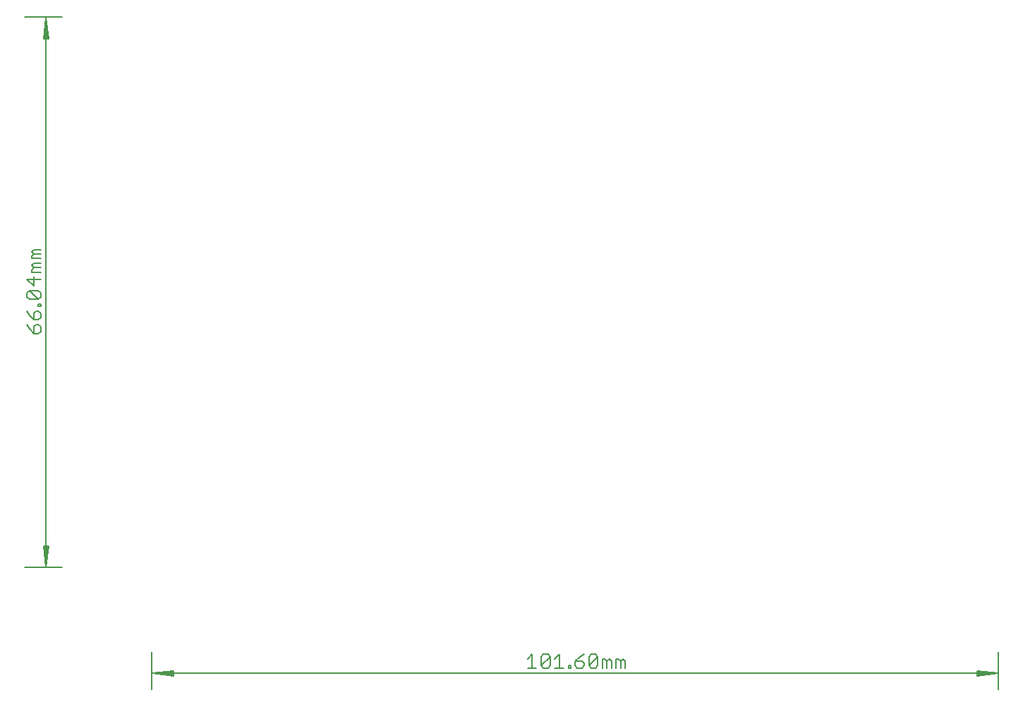
<source format=gko>
G75*
%MOIN*%
%OFA0B0*%
%FSLAX25Y25*%
%IPPOS*%
%LPD*%
%AMOC8*
5,1,8,0,0,1.08239X$1,22.5*
%
%ADD10C,0.00512*%
%ADD11C,0.00600*%
D10*
X0062595Y0001256D02*
X0062595Y0018933D01*
X0062851Y0008933D02*
X0072831Y0009957D01*
X0072831Y0010190D02*
X0072831Y0007676D01*
X0062851Y0008933D01*
X0072831Y0007909D01*
X0072831Y0008421D02*
X0062851Y0008933D01*
X0072831Y0009445D01*
X0072831Y0010190D02*
X0062851Y0008933D01*
X0462339Y0008933D01*
X0452359Y0007909D01*
X0452359Y0007676D02*
X0462339Y0008933D01*
X0452359Y0009957D01*
X0452359Y0010190D02*
X0452359Y0007676D01*
X0452359Y0008421D02*
X0462339Y0008933D01*
X0452359Y0009445D01*
X0452359Y0010190D02*
X0462339Y0008933D01*
X0462595Y0001256D02*
X0462595Y0018933D01*
X0020272Y0058933D02*
X0002595Y0058933D01*
X0012595Y0059189D02*
X0013619Y0069169D01*
X0013852Y0069169D02*
X0012595Y0059189D01*
X0011572Y0069169D01*
X0011338Y0069169D02*
X0013852Y0069169D01*
X0013107Y0069169D02*
X0012595Y0059189D01*
X0012083Y0069169D01*
X0011338Y0069169D02*
X0012595Y0059189D01*
X0012595Y0318677D01*
X0013619Y0308697D01*
X0013852Y0308697D02*
X0012595Y0318677D01*
X0011572Y0308697D01*
X0011338Y0308697D02*
X0013852Y0308697D01*
X0013107Y0308697D02*
X0012595Y0318677D01*
X0012083Y0308697D01*
X0011338Y0308697D02*
X0012595Y0318677D01*
X0020272Y0318933D02*
X0002595Y0318933D01*
D11*
X0006831Y0209159D02*
X0010033Y0209159D01*
X0010033Y0207024D02*
X0006831Y0207024D01*
X0005763Y0208092D01*
X0006831Y0209159D01*
X0006831Y0207024D02*
X0005763Y0205956D01*
X0005763Y0204889D01*
X0010033Y0204889D01*
X0010033Y0202714D02*
X0006831Y0202714D01*
X0005763Y0201646D01*
X0006831Y0200578D01*
X0010033Y0200578D01*
X0010033Y0198443D02*
X0005763Y0198443D01*
X0005763Y0199511D01*
X0006831Y0200578D01*
X0006831Y0196268D02*
X0006831Y0191998D01*
X0003628Y0195201D01*
X0010033Y0195201D01*
X0008966Y0189823D02*
X0010033Y0188755D01*
X0010033Y0186620D01*
X0008966Y0185552D01*
X0004695Y0189823D01*
X0008966Y0189823D01*
X0004695Y0189823D02*
X0003628Y0188755D01*
X0003628Y0186620D01*
X0004695Y0185552D01*
X0008966Y0185552D01*
X0008966Y0183397D02*
X0010033Y0183397D01*
X0010033Y0182330D01*
X0008966Y0182330D01*
X0008966Y0183397D01*
X0008966Y0180154D02*
X0007898Y0180154D01*
X0006831Y0179087D01*
X0006831Y0175884D01*
X0008966Y0175884D01*
X0010033Y0176952D01*
X0010033Y0179087D01*
X0008966Y0180154D01*
X0004695Y0178019D02*
X0006831Y0175884D01*
X0007898Y0173709D02*
X0006831Y0172641D01*
X0006831Y0169439D01*
X0008966Y0169439D01*
X0010033Y0170506D01*
X0010033Y0172641D01*
X0008966Y0173709D01*
X0007898Y0173709D01*
X0004695Y0171574D02*
X0006831Y0169439D01*
X0004695Y0171574D02*
X0003628Y0173709D01*
X0004695Y0178019D02*
X0003628Y0180154D01*
X0240024Y0015765D02*
X0242159Y0017900D01*
X0242159Y0011495D01*
X0240024Y0011495D02*
X0244294Y0011495D01*
X0246469Y0012562D02*
X0250739Y0016833D01*
X0250739Y0012562D01*
X0249672Y0011495D01*
X0247537Y0011495D01*
X0246469Y0012562D01*
X0246469Y0016833D01*
X0247537Y0017900D01*
X0249672Y0017900D01*
X0250739Y0016833D01*
X0252915Y0015765D02*
X0255050Y0017900D01*
X0255050Y0011495D01*
X0252915Y0011495D02*
X0257185Y0011495D01*
X0259360Y0011495D02*
X0260428Y0011495D01*
X0260428Y0012562D01*
X0259360Y0012562D01*
X0259360Y0011495D01*
X0262583Y0012562D02*
X0262583Y0014698D01*
X0265786Y0014698D01*
X0266853Y0013630D01*
X0266853Y0012562D01*
X0265786Y0011495D01*
X0263650Y0011495D01*
X0262583Y0012562D01*
X0262583Y0014698D02*
X0264718Y0016833D01*
X0266853Y0017900D01*
X0269028Y0016833D02*
X0270096Y0017900D01*
X0272231Y0017900D01*
X0273299Y0016833D01*
X0269028Y0012562D01*
X0270096Y0011495D01*
X0272231Y0011495D01*
X0273299Y0012562D01*
X0273299Y0016833D01*
X0275474Y0015765D02*
X0276541Y0015765D01*
X0277609Y0014698D01*
X0278677Y0015765D01*
X0279744Y0014698D01*
X0279744Y0011495D01*
X0277609Y0011495D02*
X0277609Y0014698D01*
X0275474Y0015765D02*
X0275474Y0011495D01*
X0281919Y0011495D02*
X0281919Y0015765D01*
X0282987Y0015765D01*
X0284054Y0014698D01*
X0285122Y0015765D01*
X0286190Y0014698D01*
X0286190Y0011495D01*
X0284054Y0011495D02*
X0284054Y0014698D01*
X0269028Y0016833D02*
X0269028Y0012562D01*
M02*

</source>
